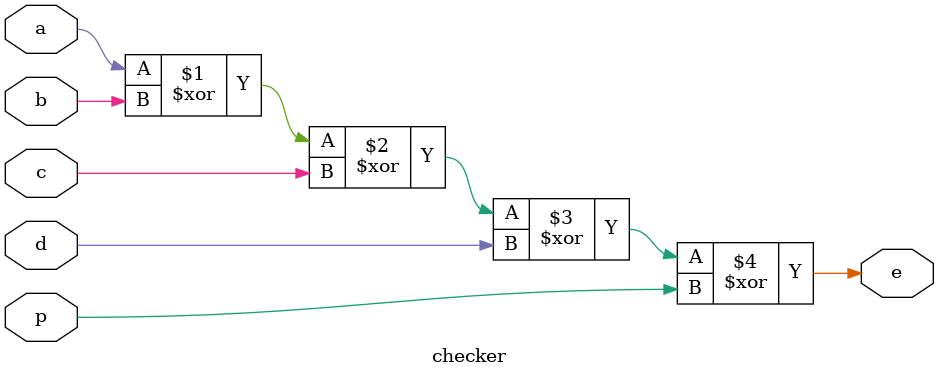
<source format=v>
`timescale 1ns / 1ps


module checker(
    input a,b,c,d,p,
    output e
    );
    
    assign e = a^b^c^d^p;
endmodule

</source>
